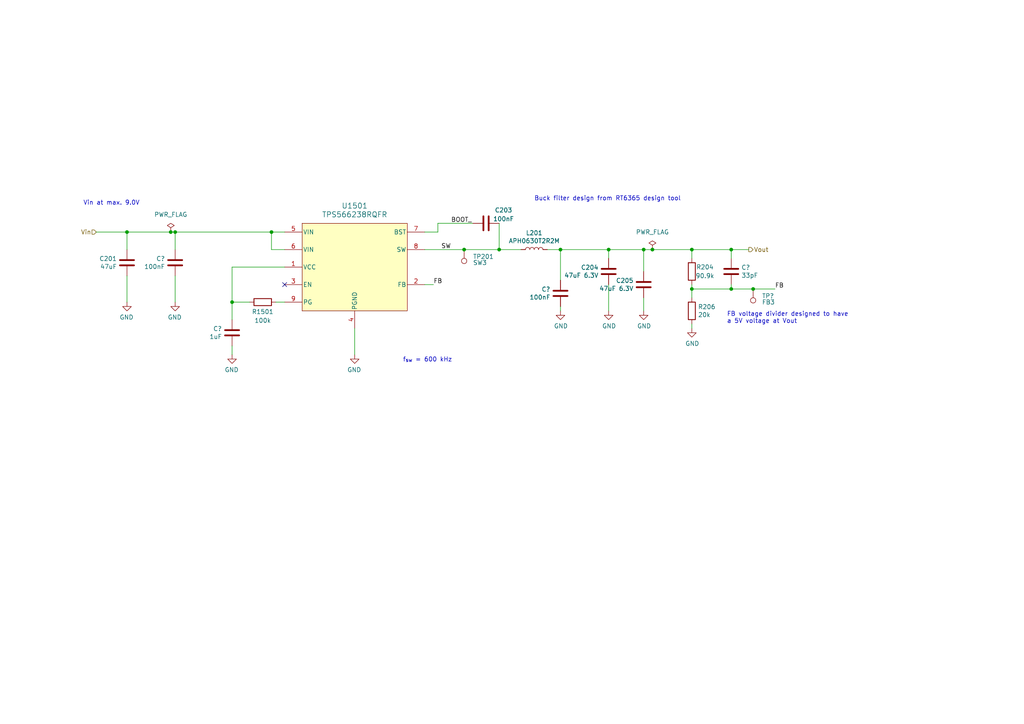
<source format=kicad_sch>
(kicad_sch (version 20231120) (generator "eeschema") (generator_version "8.0")
  (paper "A4")
  (title_block (title "Sailor Hat for Raspberry Pi") (date "2024-09-25") (rev "v2.0.1") (company "Hat Labs Ltd") (comment 1 "https://creativecommons.org/licenses/by/4.0") (comment 2 "To view a copy of this license, visit ") (comment 3 "Sailor Hat for Raspberry Pi is licensed under CC BY 4.0."))
  (lib_symbols
    (symbol "Connector:TestPoint" (pin_numbers hide) (pin_names (offset 0.762) hide)
      (property "Reference" "TP" (at 0 6.858 0))
      (property "Value" "TestPoint" (at 0 5.08 0))
      (symbol "TestPoint_0_1"
        (circle (center 0 3.302) (radius 0.762))
      )
      (symbol "TestPoint_1_1"
        (pin passive line (at 0 0 90) (length 2.54) (name "1") (number "1"))
      )
    )
    (symbol "Device:C" (pin_numbers hide) (pin_names (offset 0.254))
      (property "Reference" "C" (at 0.635 2.54 0))
      (property "Value" "C" (at 0.635 -2.54 0))
      (symbol "C_0_1"
        (polyline (pts (xy -2.032 -0.762) (xy 2.032 -0.762)) (stroke (width 0.508)))
        (polyline (pts (xy -2.032 0.762) (xy 2.032 0.762)) (stroke (width 0.508)))
      )
      (symbol "C_1_1"
        (pin passive line (at 0 3.81 270) (length 2.794) (name "~") (number "1"))
        (pin passive line (at 0 -3.81 90) (length 2.794) (name "~") (number "2"))
      )
    )
    (symbol "Device:L" (pin_numbers hide) (pin_names (offset 1.016) hide)
      (property "Reference" "L" (at -1.27 0 90))
      (property "Value" "L" (at 1.905 0 90))
      (symbol "L_0_1"
        (arc (start 0 -2.54) (mid 0.6323 -1.905) (end 0 -1.27))
        (arc (start 0 -1.27) (mid 0.6323 -0.635) (end 0 0))
        (arc (start 0 0) (mid 0.6323 0.635) (end 0 1.27))
        (arc (start 0 1.27) (mid 0.6323 1.905) (end 0 2.54))
      )
      (symbol "L_1_1"
        (pin passive line (at 0 3.81 270) (length 1.27) (name "1") (number "1"))
        (pin passive line (at 0 -3.81 90) (length 1.27) (name "2") (number "2"))
      )
    )
    (symbol "Device:R" (pin_numbers hide) (pin_names (offset 0))
      (property "Reference" "R" (at 2.032 0 90))
      (property "Value" "R" (at 0 0 90))
      (symbol "R_0_1"
        (rectangle (start -1.016 -2.54) (end 1.016 2.54) (stroke (width 0.254)))
      )
      (symbol "R_1_1"
        (pin passive line (at 0 3.81 270) (length 1.27) (name "~") (number "1"))
        (pin passive line (at 0 -3.81 90) (length 1.27) (name "~") (number "2"))
      )
    )
    (symbol "Hatlabs:TPS566238RQFR" (pin_names (offset 0.254))
      (property "Reference" "U" (at 0 10.414 0))
      (property "Value" "TPS566238RQFR" (at 0 7.62 0))
      (symbol "TPS566238RQFR_0_1"
        (pin power_in line (at -20.32 0 0) (length 5.08) (name "VCC") (number "1"))
        (pin input line (at 20.32 -5.08 180) (length 5.08) (name "FB") (number "2"))
        (pin input line (at -20.32 -5.08 0) (length 5.08) (name "EN") (number "3"))
        (pin power_in line (at 0 -17.78 90) (length 5.08) (name "PGND") (number "4"))
        (pin power_in line (at -20.32 10.16 0) (length 5.08) (name "VIN") (number "5"))
        (pin power_in line (at -20.32 5.08 0) (length 5.08) (name "VIN") (number "6"))
      )
      (symbol "TPS566238RQFR_1_1"
        (rectangle (start -15.24 12.7) (end 15.24 -12.7) (fill (type background)))
        (pin input line (at 20.32 10.16 180) (length 5.08) (name "BST") (number "7"))
        (pin power_out line (at 20.32 5.08 180) (length 5.08) (name "SW") (number "8"))
        (pin output line (at -20.32 -10.16 0) (length 5.08) (name "PG") (number "9"))
      )
    )
    (symbol "power:GND" (power) (pin_names (offset 0))
      (property "Value" "GND" (at 0 -3.81 0))
      (symbol "GND_0_1"
        (polyline (pts (xy 0 0) (xy 0 -1.27) (xy 1.27 -1.27) (xy 0 -2.54) (xy -1.27 -1.27) (xy 0 -1.27)))
      )
      (symbol "GND_1_1"
        (pin power_in line (at 0 0 270) (length 0) hide (name "GND") (number "1"))
      )
    )
    (symbol "power:PWR_FLAG" (power) (pin_numbers hide) (pin_names (offset 0) hide)
      (property "Value" "PWR_FLAG" (at 0 3.81 0))
      (symbol "PWR_FLAG_0_0"
        (pin power_out line (at 0 0 90) (length 0) (name "pwr") (number "1"))
      )
      (symbol "PWR_FLAG_0_1"
        (polyline (pts (xy 0 0) (xy 0 1.27) (xy -1.016 1.905) (xy 0 2.54) (xy 1.016 1.905) (xy 0 1.27)))
      )
    )
  )
  (junction (at 218.44 83.82))
  (junction (at 50.8 67.31))
  (junction (at 78.74 67.31))
  (junction (at 200.66 72.39))
  (junction (at 134.62 72.39))
  (junction (at 189.23 72.39))
  (junction (at 186.69 72.39))
  (junction (at 36.83 67.31))
  (junction (at 212.09 83.82))
  (junction (at 67.31 87.63))
  (junction (at 162.56 72.39))
  (junction (at 212.09 72.39))
  (junction (at 49.53 67.31))
  (junction (at 200.66 83.82))
  (junction (at 176.53 72.39))
  (junction (at 144.78 72.39))
  (no_connect (at 82.55 82.55))
  (wire (pts (xy 50.8 72.39) (xy 50.8 67.31)))
  (wire (pts (xy 162.56 88.9) (xy 162.56 90.17)))
  (wire (pts (xy 162.56 72.39) (xy 176.53 72.39)))
  (wire (pts (xy 78.74 67.31) (xy 82.55 67.31)))
  (wire (pts (xy 134.62 72.39) (xy 144.78 72.39)))
  (wire (pts (xy 67.31 77.47) (xy 82.55 77.47)))
  (wire (pts (xy 186.69 72.39) (xy 176.53 72.39)))
  (wire (pts (xy 176.53 82.55) (xy 176.53 90.17)))
  (wire (pts (xy 200.66 83.82) (xy 200.66 86.36)))
  (wire (pts (xy 50.8 80.01) (xy 50.8 87.63)))
  (wire (pts (xy 102.87 95.25) (xy 102.87 102.87)))
  (wire (pts (xy 127 64.77) (xy 137.16 64.77)))
  (wire (pts (xy 125.73 82.55) (xy 123.19 82.55)))
  (wire (pts (xy 212.09 83.82) (xy 218.44 83.82)))
  (wire (pts (xy 123.19 72.39) (xy 134.62 72.39)))
  (wire (pts (xy 200.66 82.55) (xy 200.66 83.82)))
  (wire (pts (xy 67.31 87.63) (xy 67.31 77.47)))
  (wire (pts (xy 67.31 87.63) (xy 72.39 87.63)))
  (wire (pts (xy 144.78 72.39) (xy 151.13 72.39)))
  (wire (pts (xy 27.94 67.31) (xy 36.83 67.31)))
  (wire (pts (xy 80.01 87.63) (xy 82.55 87.63)))
  (wire (pts (xy 212.09 72.39) (xy 217.17 72.39)))
  (wire (pts (xy 186.69 72.39) (xy 189.23 72.39)))
  (wire (pts (xy 49.53 67.31) (xy 50.8 67.31)))
  (wire (pts (xy 212.09 82.55) (xy 212.09 83.82)))
  (wire (pts (xy 200.66 95.25) (xy 200.66 93.98)))
  (wire (pts (xy 82.55 72.39) (xy 78.74 72.39)))
  (wire (pts (xy 78.74 72.39) (xy 78.74 67.31)))
  (wire (pts (xy 67.31 100.33) (xy 67.31 102.87)))
  (wire (pts (xy 176.53 74.93) (xy 176.53 72.39)))
  (wire (pts (xy 162.56 72.39) (xy 162.56 81.28)))
  (wire (pts (xy 36.83 72.39) (xy 36.83 67.31)))
  (wire (pts (xy 186.69 86.36) (xy 186.69 90.17)))
  (wire (pts (xy 36.83 80.01) (xy 36.83 87.63)))
  (wire (pts (xy 158.75 72.39) (xy 162.56 72.39)))
  (wire (pts (xy 67.31 92.71) (xy 67.31 87.63)))
  (wire (pts (xy 36.83 67.31) (xy 49.53 67.31)))
  (wire (pts (xy 200.66 83.82) (xy 212.09 83.82)))
  (wire (pts (xy 144.78 64.77) (xy 144.78 72.39)))
  (wire (pts (xy 186.69 78.74) (xy 186.69 72.39)))
  (wire (pts (xy 200.66 74.93) (xy 200.66 72.39)))
  (wire (pts (xy 218.44 83.82) (xy 224.79 83.82)))
  (wire (pts (xy 50.8 67.31) (xy 78.74 67.31)))
  (wire (pts (xy 212.09 72.39) (xy 212.09 74.93)))
  (wire (pts (xy 189.23 72.39) (xy 200.66 72.39)))
  (wire (pts (xy 127 64.77) (xy 127 67.31)))
  (wire (pts (xy 200.66 72.39) (xy 212.09 72.39)))
  (wire (pts (xy 123.19 67.31) (xy 127 67.31)))
  (text "FB voltage divider designed to have\na 5V voltage at Vout" (at 210.82 93.98 0) (effects (font (size 1.27 1.27)) (justify left bottom)))
  (text "Vin at max. 9.0V" (at 24.13 59.69 0) (effects (font (size 1.27 1.27)) (justify left bottom)))
  (text "Buck filter design from RT6365 design tool" (at 154.94 58.42 0) (effects (font (size 1.27 1.27)) (justify left bottom)))
  (text "f_{sw} = 600 kHz" (at 116.84 105.156 0) (effects (font (size 1.27 1.27)) (justify left bottom)))
  (label "FB" (at 224.79 83.82 0))
  (label "FB" (at 125.73 82.55 0))
  (label "BOOT_" (at 130.81 64.77 0))
  (label "SW" (at 130.81 72.39 180))
  (hierarchical_label "Vin" (shape input) (at 27.94 67.31 180))
  (hierarchical_label "Vout" (shape output) (at 217.17 72.39 0))
  (symbol (lib_id "power:GND") (at 50.8 87.63 0) (mirror y) (unit 1)
    (property "Reference" "#PWR?" (effects (hide yes)))
    (property "Value" "GND" (at 50.673 92.0242 0))
  )
  (symbol (lib_id "power:GND") (at 176.53 90.17 0) (unit 1)
    (property "Reference" "#PWR0207" (effects (hide yes)))
    (property "Value" "GND" (at 176.657 94.5642 0))
    (instances (project "SH-RPi" (path "" (reference "#PWR0207") (unit 1))) (project "SH-RPi" (path "" (reference "#PWR0207") (unit 1)) (path "" (reference "#PWR?") (unit 1))))
  )
  (symbol (lib_id "Device:C") (at 186.69 82.55 0) (mirror y) (unit 1)
    (property "Reference" "C205" (at 183.769 81.3816 0) (effects (justify left)))
    (property "Value" "47uF 6.3V" (at 183.769 83.693 0) (effects (justify left)))
    (property "Footprint" "Capacitor_SMD:C_1210_3225Metric" (effects (hide yes)))
    (property "LCSC" "C77101" (effects (hide yes)))
    (instances (project "SH-RPi" (path "" (reference "C205") (unit 1))) (project "SH-RPi" (path "" (reference "C205") (unit 1)) (path "" (reference "C?") (unit 1))))
  )
  (symbol (lib_id "Device:C") (at 212.09 78.74 0) (unit 1)
    (property "Reference" "C?" (at 215.011 77.5716 0) (effects (justify left)))
    (property "Value" "33pF" (at 215.011 79.883 0) (effects (justify left)))
    (property "Footprint" "Capacitor_SMD:C_1210_3225Metric" (effects (hide yes)))
  )
  (symbol (lib_id "power:GND") (at 162.56 90.17 0) (unit 1)
    (property "Reference" "#PWR?" (effects (hide yes)))
    (property "Value" "GND" (at 162.687 94.5642 0))
  )
  (symbol (lib_id "power:PWR_FLAG") (at 49.53 67.31 0) (unit 1)
    (property "Reference" "#FLG0201" (effects (hide yes)))
    (property "Value" "PWR_FLAG" (at 49.53 62.23 0))
    (instances (project "SH-RPi" (path "" (reference "#FLG0201") (unit 1))) (project "SH-RPi" (path "" (reference "#FLG0201") (unit 1)) (path "" (reference "#FLG?") (unit 1))))
  )
  (symbol (lib_id "Device:C") (at 140.97 64.77 270) (unit 1)
    (property "Reference" "C203" (at 146.05 60.96 90))
    (property "Value" "100nF" (at 146.05 63.5 90))
    (property "Footprint" "Capacitor_SMD:C_0603_1608Metric" (effects (hide yes)))
    (property "LCSC" "C14663" (effects (hide yes)))
    (instances (project "SH-RPi" (path "" (reference "C203") (unit 1))) (project "SH-RPi" (path "" (reference "C203") (unit 1)) (path "" (reference "C?") (unit 1))))
  )
  (symbol (lib_id "Connector:TestPoint") (at 218.44 83.82 180) (unit 1)
    (property "Reference" "TP?" (at 220.98 85.8519 0) (effects (justify right)))
    (property "Value" "FB3" (at 220.98 87.63 0) (effects (justify right)))
  )
  (symbol (lib_id "Device:R") (at 200.66 78.74 0) (unit 1)
    (property "Reference" "R204" (at 204.47 77.47 0))
    (property "Value" "90.9k" (at 204.47 80.01 0))
    (property "Footprint" "PCM_Resistor_SMD_AKL:R_0603_1608Metric" (effects (hide yes)))
    (instances (project "SH-RPi" (path "" (reference "R204") (unit 1))) (project "SH-RPi" (path "" (reference "R204") (unit 1)) (path "" (reference "R?") (unit 1))))
  )
  (symbol (lib_id "Device:C") (at 50.8 76.2 0) (mirror y) (unit 1)
    (property "Reference" "C?" (at 47.879 75.0316 0) (effects (justify left)))
    (property "Value" "100nF" (at 47.879 77.343 0) (effects (justify left)))
  )
  (symbol (lib_id "Device:C") (at 162.56 85.09 0) (mirror y) (unit 1)
    (property "Reference" "C?" (at 159.639 83.9216 0) (effects (justify left)))
    (property "Value" "100nF" (at 159.639 86.233 0) (effects (justify left)))
    (property "Footprint" "Capacitor_SMD:C_1210_3225Metric" (effects (hide yes)))
  )
  (symbol (lib_id "Device:R") (at 200.66 90.17 0) (unit 1)
    (property "Reference" "R206" (at 202.438 89.0016 0) (effects (justify left)))
    (property "Value" "20k" (at 202.438 91.313 0) (effects (justify left)))
    (property "Footprint" "PCM_Resistor_SMD_AKL:R_0603_1608Metric" (effects (hide yes)))
    (instances (project "SH-RPi" (path "" (reference "R206") (unit 1))) (project "SH-RPi" (path "" (reference "R206") (unit 1)) (path "" (reference "R?") (unit 1))))
  )
  (symbol (lib_id "Hatlabs:TPS566238RQFR") (at 102.87 77.47 0) (unit 1)
    (property "Reference" "U1501" (at 102.87 59.69 0) (effects (font (size 1.524 1.524))))
    (property "Value" "TPS566238RQFR" (at 102.87 62.23 0) (effects (font (size 1.524 1.524))))
    (property "Footprint" "RQF0009A" (effects (hide yes)))
    (property "Datasheet" "TPS566238RQFR" (effects (hide yes)))
    (instances (project "" (path "" (reference "U1501") (unit 1)) (path "" (reference "U?") (unit 1))))
  )
  (symbol (lib_id "Device:R") (at 76.2 87.63 270) (mirror x) (unit 1)
    (property "Reference" "R1501" (at 76.2 90.424 90))
    (property "Value" "100k" (at 76.2 92.964 90))
    (property "Description" "Resistor" (effects (hide yes)))
    (instances (project "" (path "" (reference "R1501") (unit 1)) (path "" (reference "R?") (unit 1))))
  )
  (symbol (lib_id "power:GND") (at 36.83 87.63 0) (mirror y) (unit 1)
    (property "Reference" "#PWR0201" (effects (hide yes)))
    (property "Value" "GND" (at 36.703 92.0242 0))
    (instances (project "SH-RPi" (path "" (reference "#PWR0201") (unit 1))) (project "SH-RPi" (path "" (reference "#PWR0201") (unit 1)) (path "" (reference "#PWR?") (unit 1))))
  )
  (symbol (lib_id "power:GND") (at 200.66 95.25 0) (unit 1)
    (property "Reference" "#PWR0209" (effects (hide yes)))
    (property "Value" "GND" (at 200.787 99.6442 0))
    (instances (project "SH-RPi" (path "" (reference "#PWR0209") (unit 1))) (project "SH-RPi" (path "" (reference "#PWR0209") (unit 1)) (path "" (reference "#PWR?") (unit 1))))
  )
  (symbol (lib_id "Device:C") (at 176.53 78.74 0) (mirror y) (unit 1)
    (property "Reference" "C204" (at 173.609 77.5716 0) (effects (justify left)))
    (property "Value" "47uF 6.3V" (at 173.609 79.883 0) (effects (justify left)))
    (property "Footprint" "Capacitor_SMD:C_1210_3225Metric" (effects (hide yes)))
    (property "LCSC" "C77101" (effects (hide yes)))
    (instances (project "SH-RPi" (path "" (reference "C204") (unit 1))) (project "SH-RPi" (path "" (reference "C204") (unit 1)) (path "" (reference "C?") (unit 1))))
  )
  (symbol (lib_id "Device:C") (at 36.83 76.2 0) (mirror y) (unit 1)
    (property "Reference" "C201" (at 33.909 75.0316 0) (effects (justify left)))
    (property "Value" "47uF" (at 33.909 77.343 0) (effects (justify left)))
    (instances (project "SH-RPi" (path "" (reference "C201") (unit 1))) (project "SH-RPi" (path "" (reference "C201") (unit 1)) (path "" (reference "C?") (unit 1))))
  )
  (symbol (lib_id "power:GND") (at 186.69 90.17 0) (unit 1)
    (property "Reference" "#PWR0208" (effects (hide yes)))
    (property "Value" "GND" (at 186.817 94.5642 0))
    (instances (project "SH-RPi" (path "" (reference "#PWR0208") (unit 1))) (project "SH-RPi" (path "" (reference "#PWR0208") (unit 1)) (path "" (reference "#PWR?") (unit 1))))
  )
  (symbol (lib_id "power:GND") (at 67.31 102.87 0) (mirror y) (unit 1)
    (property "Reference" "#PWR?" (effects (hide yes)))
    (property "Value" "GND" (at 67.183 107.2642 0))
  )
  (symbol (lib_id "power:GND") (at 102.87 102.87 0) (mirror y) (unit 1)
    (property "Reference" "#PWR?" (effects (hide yes)))
    (property "Value" "GND" (at 102.743 107.2642 0))
  )
  (symbol (lib_id "power:PWR_FLAG") (at 189.23 72.39 0) (unit 1)
    (property "Reference" "#FLG0203" (effects (hide yes)))
    (property "Value" "PWR_FLAG" (at 189.23 67.31 0))
    (instances (project "SH-RPi" (path "" (reference "#FLG0203") (unit 1))) (project "SH-RPi" (path "" (reference "#FLG0203") (unit 1)) (path "" (reference "#FLG?") (unit 1))))
  )
  (symbol (lib_id "Device:L") (at 154.94 72.39 90) (unit 1)
    (property "Reference" "L201" (at 154.94 67.564 90))
    (property "Value" "APH0630T2R2M" (at 154.94 69.8754 90))
    (property "Footprint" "Inductor_SMD:L_Chilisin_BMRx00060630" (effects (hide yes)))
    (property "LCSC" "C5349701" (effects (hide yes)))
    (instances (project "SH-RPi" (path "" (reference "L201") (unit 1))) (project "SH-RPi" (path "" (reference "L201") (unit 1)) (path "" (reference "L?") (unit 1))))
  )
  (symbol (lib_id "Connector:TestPoint") (at 134.62 72.39 180) (unit 1)
    (property "Reference" "TP201" (at 137.16 74.4219 0) (effects (justify right)))
    (property "Value" "SW3" (at 137.16 76.2 0) (effects (justify right)))
    (instances (project "SH-RPi" (path "" (reference "TP201") (unit 1))) (project "SH-RPi" (path "" (reference "TP201") (unit 1)) (path "" (reference "TP?") (unit 1))))
  )
  (symbol (lib_id "Device:C") (at 67.31 96.52 0) (mirror y) (unit 1)
    (property "Reference" "C?" (at 64.389 95.3516 0) (effects (justify left)))
    (property "Value" "1uF" (at 64.389 97.663 0) (effects (justify left)))
  )
)
</source>
